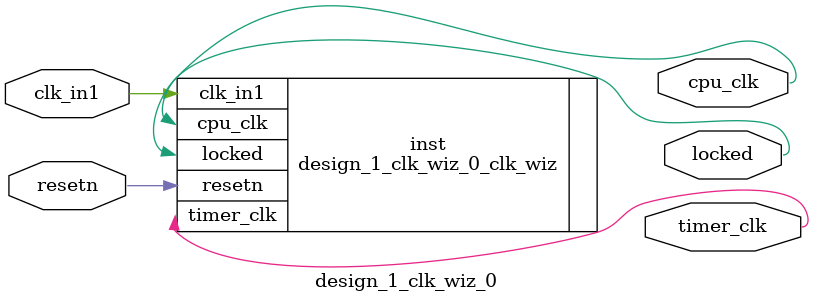
<source format=v>


`timescale 1ps/1ps

(* CORE_GENERATION_INFO = "design_1_clk_wiz_0,clk_wiz_v6_0_4_0_0,{component_name=design_1_clk_wiz_0,use_phase_alignment=true,use_min_o_jitter=false,use_max_i_jitter=false,use_dyn_phase_shift=false,use_inclk_switchover=false,use_dyn_reconfig=false,enable_axi=0,feedback_source=FDBK_AUTO,PRIMITIVE=MMCM,num_out_clk=2,clkin1_period=10.000,clkin2_period=10.000,use_power_down=false,use_reset=true,use_locked=true,use_inclk_stopped=false,feedback_type=SINGLE,CLOCK_MGR_TYPE=NA,manual_override=false}" *)

module design_1_clk_wiz_0 
 (
  // Clock out ports
  output        cpu_clk,
  output        timer_clk,
  // Status and control signals
  input         resetn,
  output        locked,
 // Clock in ports
  input         clk_in1
 );

  design_1_clk_wiz_0_clk_wiz inst
  (
  // Clock out ports  
  .cpu_clk(cpu_clk),
  .timer_clk(timer_clk),
  // Status and control signals               
  .resetn(resetn), 
  .locked(locked),
 // Clock in ports
  .clk_in1(clk_in1)
  );

endmodule

</source>
